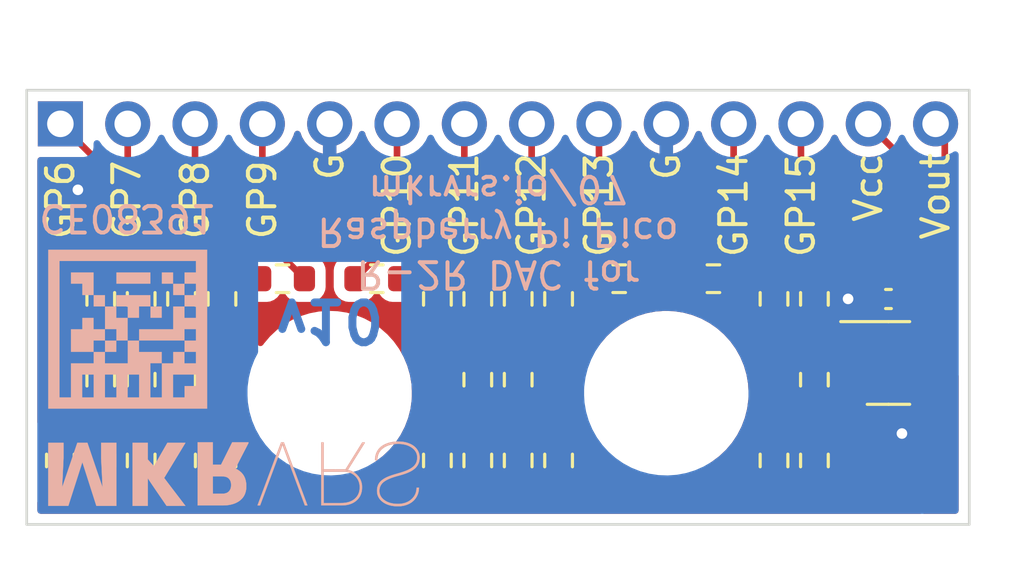
<source format=kicad_pcb>
(kicad_pcb (version 20211014) (generator pcbnew)
  (layers (0 "F.Cu" signal) (31 "B.Cu" signal) (34 "B.Paste" user) (35 "F.Paste" user) (36 "B.SilkS" user "B.Silkscreen") (37 "F.SilkS" user "F.Silkscreen") (38 "B.Mask" user) (39 "F.Mask" user) (44 "Edge.Cuts" user))
  (net 0 "")
  (net 1 "VCC")
  (net 2 "GND")
  (net 3 "/D0")
  (net 4 "/D1")
  (net 5 "/D2")
  (net 6 "/D3")
  (net 7 "/D4")
  (net 8 "/D5")
  (net 9 "/D6")
  (net 10 "/D7")
  (net 11 "/D8")
  (net 12 "/D9")
  (net 13 "/Vout")
  (net 14 "Net-(R1-Pad2)")
  (net 15 "Net-(R2-Pad2)")
  (net 16 "Net-(R3-Pad1)")
  (net 17 "Net-(R5-Pad2)")
  (net 18 "Net-(R6-Pad1)")
  (net 19 "Net-(R10-Pad1)")
  (net 20 "Net-(R10-Pad2)")
  (net 21 "Net-(R11-Pad2)")
  (net 22 "Net-(R12-Pad1)")
  (net 23 "Net-(R14-Pad2)")
  (net 24 "Net-(R15-Pad1)")
  (net 25 "Net-(R17-Pad2)")
  (net 26 "Net-(R18-Pad1)")
  (net 27 "Net-(R20-Pad2)")
  (net 28 "Net-(R21-Pad1)")
  (net 29 "Net-(R23-Pad2)")
  (net 30 "Net-(R24-Pad1)")
  (net 31 "Net-(R26-Pad2)")
  (net 32 "Net-(R27-Pad1)")
  (net 33 "Net-(R29-Pad2)")
  (net 34 "Net-(R30-Pad1)")
  (footprint "Resistor_SMD:R_0603_1608Metric" (layer "F.Cu") (at 103.505 112.268 90)
    (fp_text reference "R8" hide)
    (fp_text value "R")
    (pad "1" smd roundrect locked (at -0.825 0 90) (size 0.8 0.95) (layers "F.Cu" "F.Paste" "F.Mask") (net 17 "Net-(R5-Pad2)"))
    (pad "2" smd roundrect locked (at 0.825 0 90) (size 0.8 0.95) (layers "F.Cu" "F.Paste" "F.Mask") (net 19 "Net-(R10-Pad1)"))
  )
  (footprint "Resistor_SMD:R_0603_1608Metric" (layer "F.Cu") (at 125.857 112.268 90)
    (fp_text reference "R26" hide)
    (fp_text value "R")
    (pad "1" smd roundrect locked (at -0.825 0 90) (size 0.8 0.95) (layers "F.Cu" "F.Paste" "F.Mask") (net 29 "Net-(R23-Pad2)"))
    (pad "2" smd roundrect locked (at 0.825 0 90) (size 0.8 0.95) (layers "F.Cu" "F.Paste" "F.Mask") (net 31 "Net-(R26-Pad2)"))
  )
  (footprint "Connector_PinHeader_2.54mm:PinHeader_1x14_P2.54mm_Vertical" (layer "F.Cu") (at 98.933 99.568 90)
    (fp_text reference "J1" hide)
    (fp_text value "Conn_01x14")
    (pad "1" thru_hole rect (at 0 0 90) (size 1.7 1.7) (drill 1) (layers *.Cu *.Mask) (net 3 "/D0"))
    (pad "2" thru_hole oval (at 0 2.54 90) (size 1.7 1.7) (drill 1) (layers *.Cu *.Mask) (net 4 "/D1"))
    (pad "3" thru_hole oval (at 0 5.08 90) (size 1.7 1.7) (drill 1) (layers *.Cu *.Mask) (net 5 "/D2"))
    (pad "4" thru_hole oval (at 0 7.62 90) (size 1.7 1.7) (drill 1) (layers *.Cu *.Mask) (net 6 "/D3"))
    (pad "5" thru_hole oval (at 0 10.16 90) (size 1.7 1.7) (drill 1) (layers *.Cu *.Mask) (net 2 "GND"))
    (pad "6" thru_hole oval (at 0 12.7 90) (size 1.7 1.7) (drill 1) (layers *.Cu *.Mask) (net 7 "/D4"))
    (pad "7" thru_hole oval (at 0 15.24 90) (size 1.7 1.7) (drill 1) (layers *.Cu *.Mask) (net 8 "/D5"))
    (pad "8" thru_hole oval (at 0 17.78 90) (size 1.7 1.7) (drill 1) (layers *.Cu *.Mask) (net 9 "/D6"))
    (pad "9" thru_hole oval (at 0 20.32 90) (size 1.7 1.7) (drill 1) (layers *.Cu *.Mask) (net 10 "/D7"))
    (pad "10" thru_hole oval (at 0 22.86 90) (size 1.7 1.7) (drill 1) (layers *.Cu *.Mask) (net 2 "GND"))
    (pad "11" thru_hole oval (at 0 25.4 90) (size 1.7 1.7) (drill 1) (layers *.Cu *.Mask) (net 11 "/D8"))
    (pad "12" thru_hole oval (at 0 27.94 90) (size 1.7 1.7) (drill 1) (layers *.Cu *.Mask) (net 12 "/D9"))
    (pad "13" thru_hole oval (at 0 30.48 90) (size 1.7 1.7) (drill 1) (layers *.Cu *.Mask) (net 1 "VCC"))
    (pad "14" thru_hole oval (at 0 33.02 90) (size 1.7 1.7) (drill 1) (layers *.Cu *.Mask) (net 13 "/Vout"))
  )
  (footprint "Resistor_SMD:R_0603_1608Metric" (layer "F.Cu") (at 105.029 106.172 90)
    (fp_text reference "R13" hide)
    (fp_text value "R")
    (pad "1" smd roundrect locked (at -0.825 0 90) (size 0.8 0.95) (layers "F.Cu" "F.Paste" "F.Mask") (net 21 "Net-(R11-Pad2)"))
    (pad "2" smd roundrect locked (at 0.825 0 90) (size 0.8 0.95) (layers "F.Cu" "F.Paste" "F.Mask") (net 22 "Net-(R12-Pad1)"))
  )
  (footprint "Resistor_SMD:R_0603_1608Metric" (layer "F.Cu") (at 116.205 106.172 90)
    (fp_text reference "R21" hide)
    (fp_text value "R")
    (pad "1" smd roundrect locked (at -0.825 0 90) (size 0.8 0.95) (layers "F.Cu" "F.Paste" "F.Mask") (net 28 "Net-(R21-Pad1)"))
    (pad "2" smd roundrect locked (at 0.825 0 90) (size 0.8 0.95) (layers "F.Cu" "F.Paste" "F.Mask") (net 9 "/D6"))
  )
  (footprint "Resistor_SMD:R_0603_1608Metric" (layer "F.Cu") (at 116.205 109.22 90)
    (fp_text reference "R22" hide)
    (fp_text value "R")
    (pad "1" smd roundrect locked (at -0.825 0 90) (size 0.8 0.95) (layers "F.Cu" "F.Paste" "F.Mask") (net 27 "Net-(R20-Pad2)"))
    (pad "2" smd roundrect locked (at 0.825 0 90) (size 0.8 0.95) (layers "F.Cu" "F.Paste" "F.Mask") (net 28 "Net-(R21-Pad1)"))
  )
  (footprint "Fiducial:Fiducial_1mm_Mask2mm" (layer "F.Cu") (at 131.445 113.03 90)
    (fp_text reference "FID1" hide)
    (fp_text value "Fiducial")
    (pad "" smd circle locked (at 0 0 90) (size 1 1) (layers "F.Cu" "F.Mask") (clearance 0.5))
  )
  (footprint "Resistor_SMD:R_0603_1608Metric" (layer "F.Cu") (at 100.457 106.172 90)
    (fp_text reference "R3" hide)
    (fp_text value "R")
    (pad "1" smd roundrect locked (at -0.825 0 90) (size 0.8 0.95) (layers "F.Cu" "F.Paste" "F.Mask") (net 16 "Net-(R3-Pad1)"))
    (pad "2" smd roundrect locked (at 0.825 0 90) (size 0.8 0.95) (layers "F.Cu" "F.Paste" "F.Mask") (net 3 "/D0"))
  )
  (footprint "Resistor_SMD:R_0603_1608Metric" (layer "F.Cu") (at 100.457 109.22 90)
    (fp_text reference "R4" hide)
    (fp_text value "R")
    (pad "1" smd roundrect locked (at -0.825 0 90) (size 0.8 0.95) (layers "F.Cu" "F.Paste" "F.Mask") (net 15 "Net-(R2-Pad2)"))
    (pad "2" smd roundrect locked (at 0.825 0 90) (size 0.8 0.95) (layers "F.Cu" "F.Paste" "F.Mask") (net 16 "Net-(R3-Pad1)"))
  )
  (footprint "Resistor_SMD:R_0603_1608Metric" (layer "F.Cu") (at 113.157 106.172 90)
    (fp_text reference "R16" hide)
    (fp_text value "R")
    (pad "1" smd roundrect locked (at -0.825 0 90) (size 0.8 0.95) (layers "F.Cu" "F.Paste" "F.Mask") (net 23 "Net-(R14-Pad2)"))
    (pad "2" smd roundrect locked (at 0.825 0 90) (size 0.8 0.95) (layers "F.Cu" "F.Paste" "F.Mask") (net 24 "Net-(R15-Pad1)"))
  )
  (footprint "Fiducial:Fiducial_1mm_Mask2mm" (layer "F.Cu") (at 109.093 103.124 90)
    (fp_text reference "FID2" hide)
    (fp_text value "Fiducial")
    (pad "" smd circle locked (at 0 0 90) (size 1 1) (layers "F.Cu" "F.Mask") (clearance 0.5))
  )
  (footprint "Resistor_SMD:R_0603_1608Metric" (layer "F.Cu") (at 103.505 109.22 90)
    (fp_text reference "R10" hide)
    (fp_text value "R")
    (pad "1" smd roundrect locked (at -0.825 0 90) (size 0.8 0.95) (layers "F.Cu" "F.Paste" "F.Mask") (net 19 "Net-(R10-Pad1)"))
    (pad "2" smd roundrect locked (at 0.825 0 90) (size 0.8 0.95) (layers "F.Cu" "F.Paste" "F.Mask") (net 20 "Net-(R10-Pad2)"))
  )
  (footprint "Resistor_SMD:R_0603_1608Metric" (layer "F.Cu") (at 127.381 112.268 90)
    (fp_text reference "R29" hide)
    (fp_text value "R")
    (pad "1" smd roundrect locked (at -0.825 0 90) (size 0.8 0.95) (layers "F.Cu" "F.Paste" "F.Mask") (net 31 "Net-(R26-Pad2)"))
    (pad "2" smd roundrect locked (at 0.825 0 90) (size 0.8 0.95) (layers "F.Cu" "F.Paste" "F.Mask") (net 33 "Net-(R29-Pad2)"))
  )
  (footprint "Capacitor_SMD:C_0402_1005Metric" (layer "F.Cu") (at 130.175 106.176286 180)
    (fp_text reference "C1" hide)
    (fp_text value "100nF")
    (pad "1" smd roundrect locked (at -0.48 0 180) (size 0.56 0.62) (layers "F.Cu" "F.Paste" "F.Mask") (net 1 "VCC"))
    (pad "2" smd roundrect locked (at 0.48 0 180) (size 0.56 0.62) (layers "F.Cu" "F.Paste" "F.Mask") (net 2 "GND"))
  )
  (footprint "Resistor_SMD:R_0603_1608Metric" (layer "F.Cu") (at 101.981 109.22 90)
    (fp_text reference "R7" hide)
    (fp_text value "R")
    (pad "1" smd roundrect locked (at -0.825 0 90) (size 0.8 0.95) (layers "F.Cu" "F.Paste" "F.Mask") (net 17 "Net-(R5-Pad2)"))
    (pad "2" smd roundrect locked (at 0.825 0 90) (size 0.8 0.95) (layers "F.Cu" "F.Paste" "F.Mask") (net 18 "Net-(R6-Pad1)"))
  )
  (footprint "MountingHole:MountingHole_3.2mm_M3" (layer "F.Cu") (at 121.793 109.728 90)
    (fp_text reference "H1" hide)
    (fp_text value "MountingHole")
    (pad "" np_thru_hole circle locked (at 0 0 90) (size 3.2 3.2) (drill 3.2) (layers *.Cu *.Mask))
  )
  (footprint "Resistor_SMD:R_0603_1608Metric" (layer "F.Cu") (at 127.381 106.172 90)
    (fp_text reference "R30" hide)
    (fp_text value "R")
    (pad "1" smd roundrect locked (at -0.825 0 90) (size 0.8 0.95) (layers "F.Cu" "F.Paste" "F.Mask") (net 34 "Net-(R30-Pad1)"))
    (pad "2" smd roundrect locked (at 0.825 0 90) (size 0.8 0.95) (layers "F.Cu" "F.Paste" "F.Mask") (net 12 "/D9"))
  )
  (footprint "Resistor_SMD:R_0603_1608Metric" (layer "F.Cu") (at 127.381 109.22 90)
    (fp_text reference "R31" hide)
    (fp_text value "R")
    (pad "1" smd roundrect locked (at -0.825 0 90) (size 0.8 0.95) (layers "F.Cu" "F.Paste" "F.Mask") (net 33 "Net-(R29-Pad2)"))
    (pad "2" smd roundrect locked (at 0.825 0 90) (size 0.8 0.95) (layers "F.Cu" "F.Paste" "F.Mask") (net 34 "Net-(R30-Pad1)"))
  )
  (footprint "Resistor_SMD:R_0603_1608Metric" (layer "F.Cu") (at 100.457 112.268 90)
    (fp_text reference "R2" hide)
    (fp_text value "R")
    (pad "1" smd roundrect locked (at -0.825 0 90) (size 0.8 0.95) (layers "F.Cu" "F.Paste" "F.Mask") (net 14 "Net-(R1-Pad2)"))
    (pad "2" smd roundrect locked (at 0.825 0 90) (size 0.8 0.95) (layers "F.Cu" "F.Paste" "F.Mask") (net 15 "Net-(R2-Pad2)"))
  )
  (footprint "Resistor_SMD:R_0603_1608Metric" (layer "F.Cu") (at 113.157 112.268 90)
    (fp_text reference "R14" hide)
    (fp_text value "R")
    (pad "1" smd roundrect locked (at -0.825 0 90) (size 0.8 0.95) (layers "F.Cu" "F.Paste" "F.Mask") (net 21 "Net-(R11-Pad2)"))
    (pad "2" smd roundrect locked (at 0.825 0 90) (size 0.8 0.95) (layers "F.Cu" "F.Paste" "F.Mask") (net 23 "Net-(R14-Pad2)"))
  )
  (footprint "Resistor_SMD:R_0603_1608Metric" (layer "F.Cu") (at 116.205 112.268 90)
    (fp_text reference "R20" hide)
    (fp_text value "R")
    (pad "1" smd roundrect locked (at -0.825 0 90) (size 0.8 0.95) (layers "F.Cu" "F.Paste" "F.Mask") (net 25 "Net-(R17-Pad2)"))
    (pad "2" smd roundrect locked (at 0.825 0 90) (size 0.8 0.95) (layers "F.Cu" "F.Paste" "F.Mask") (net 27 "Net-(R20-Pad2)"))
  )
  (footprint "Resistor_SMD:R_0603_1608Metric" (layer "F.Cu") (at 105.029 112.268 -90)
    (fp_text reference "R11" hide)
    (fp_text value "R")
    (pad "1" smd roundrect locked (at -0.825 0 270) (size 0.8 0.95) (layers "F.Cu" "F.Paste" "F.Mask") (net 19 "Net-(R10-Pad1)"))
    (pad "2" smd roundrect locked (at 0.825 0 270) (size 0.8 0.95) (layers "F.Cu" "F.Paste" "F.Mask") (net 21 "Net-(R11-Pad2)"))
  )
  (footprint "Resistor_SMD:R_0603_1608Metric" (layer "F.Cu") (at 101.981 112.268 90)
    (fp_text reference "R5" hide)
    (fp_text value "R")
    (pad "1" smd roundrect locked (at -0.825 0 90) (size 0.8 0.95) (layers "F.Cu" "F.Paste" "F.Mask") (net 15 "Net-(R2-Pad2)"))
    (pad "2" smd roundrect locked (at 0.825 0 90) (size 0.8 0.95) (layers "F.Cu" "F.Paste" "F.Mask") (net 17 "Net-(R5-Pad2)"))
  )
  (footprint "Resistor_SMD:R_0603_1608Metric" (layer "F.Cu") (at 117.729 106.172 90)
    (fp_text reference "R25" hide)
    (fp_text value "R")
    (pad "1" smd roundrect locked (at -0.825 0 90) (size 0.8 0.95) (layers "F.Cu" "F.Paste" "F.Mask") (net 29 "Net-(R23-Pad2)"))
    (pad "2" smd roundrect locked (at 0.825 0 90) (size 0.8 0.95) (layers "F.Cu" "F.Paste" "F.Mask") (net 30 "Net-(R24-Pad1)"))
  )
  (footprint "Resistor_SMD:R_0603_1608Metric" (layer "F.Cu") (at 114.681 109.22 90)
    (fp_text reference "R19" hide)
    (fp_text value "R")
    (pad "1" smd roundrect locked (at -0.825 0 90) (size 0.8 0.95) (layers "F.Cu" "F.Paste" "F.Mask") (net 25 "Net-(R17-Pad2)"))
    (pad "2" smd roundrect locked (at 0.825 0 90) (size 0.8 0.95) (layers "F.Cu" "F.Paste" "F.Mask") (net 26 "Net-(R18-Pad1)"))
  )
  (footprint "Resistor_SMD:R_0603_1608Metric" (layer "F.Cu") (at 101.981 106.172 90)
    (fp_text reference "R6" hide)
    (fp_text value "R")
    (pad "1" smd roundrect locked (at -0.825 0 90) (size 0.8 0.95) (layers "F.Cu" "F.Paste" "F.Mask") (net 18 "Net-(R6-Pad1)"))
    (pad "2" smd roundrect locked (at 0.825 0 90) (size 0.8 0.95) (layers "F.Cu" "F.Paste" "F.Mask") (net 4 "/D1"))
  )
  (footprint "Resistor_SMD:R_0603_1608Metric" (layer "F.Cu") (at 98.933 112.268 -90)
    (fp_text reference "R1" hide)
    (fp_text value "R")
    (pad "1" smd roundrect locked (at -0.825 0 270) (size 0.8 0.95) (layers "F.Cu" "F.Paste" "F.Mask") (net 2 "GND"))
    (pad "2" smd roundrect locked (at 0.825 0 270) (size 0.8 0.95) (layers "F.Cu" "F.Paste" "F.Mask") (net 14 "Net-(R1-Pad2)"))
  )
  (footprint "Resistor_SMD:R_0603_1608Metric" (layer "F.Cu") (at 103.505 106.172 90)
    (fp_text reference "R9" hide)
    (fp_text value "R")
    (pad "1" smd roundrect locked (at -0.825 0 90) (size 0.8 0.95) (layers "F.Cu" "F.Paste" "F.Mask") (net 20 "Net-(R10-Pad2)"))
    (pad "2" smd roundrect locked (at 0.825 0 90) (size 0.8 0.95) (layers "F.Cu" "F.Paste" "F.Mask") (net 5 "/D2"))
  )
  (footprint "Resistor_SMD:R_0603_1608Metric" (layer "F.Cu") (at 125.857 106.172 90)
    (fp_text reference "R28" hide)
    (fp_text value "R")
    (pad "1" smd roundrect locked (at -0.825 0 90) (size 0.8 0.95) (layers "F.Cu" "F.Paste" "F.Mask") (net 31 "Net-(R26-Pad2)"))
    (pad "2" smd roundrect locked (at 0.825 0 90) (size 0.8 0.95) (layers "F.Cu" "F.Paste" "F.Mask") (net 32 "Net-(R27-Pad1)"))
  )
  (footprint "Resistor_SMD:R_0603_1608Metric" (layer "F.Cu") (at 120.015 105.41)
    (fp_text reference "R24" hide)
    (fp_text value "R")
    (pad "1" smd roundrect locked (at -0.825 0) (size 0.8 0.95) (layers "F.Cu" "F.Paste" "F.Mask") (net 30 "Net-(R24-Pad1)"))
    (pad "2" smd roundrect locked (at 0.825 0) (size 0.8 0.95) (layers "F.Cu" "F.Paste" "F.Mask") (net 10 "/D7"))
  )
  (footprint "Resistor_SMD:R_0603_1608Metric" (layer "F.Cu") (at 123.571 105.41 180)
    (fp_text reference "R27" hide)
    (fp_text value "R")
    (pad "1" smd roundrect locked (at -0.825 0 180) (size 0.8 0.95) (layers "F.Cu" "F.Paste" "F.Mask") (net 32 "Net-(R27-Pad1)"))
    (pad "2" smd roundrect locked (at 0.825 0 180) (size 0.8 0.95) (layers "F.Cu" "F.Paste" "F.Mask") (net 11 "/D8"))
  )
  (footprint "Resistor_SMD:R_0603_1608Metric" (layer "F.Cu") (at 114.681 106.172 90)
    (fp_text reference "R18" hide)
    (fp_text value "R")
    (pad "1" smd roundrect locked (at -0.825 0 90) (size 0.8 0.95) (layers "F.Cu" "F.Paste" "F.Mask") (net 26 "Net-(R18-Pad1)"))
    (pad "2" smd roundrect locked (at 0.825 0 90) (size 0.8 0.95) (layers "F.Cu" "F.Paste" "F.Mask") (net 8 "/D5"))
  )
  (footprint "Package_TO_SOT_SMD:SOT-23-5" (layer "F.Cu") (at 130.175 108.589286)
    (fp_text reference "U1" hide)
    (fp_text value "MCP6001-OT")
    (pad "1" smd roundrect locked (at -1.1375 -0.95) (size 1.325 0.6) (layers "F.Cu" "F.Paste" "F.Mask") (net 13 "/Vout"))
    (pad "2" smd roundrect locked (at -1.1375 0) (size 1.325 0.6) (layers "F.Cu" "F.Paste" "F.Mask") (net 2 "GND"))
    (pad "3" smd roundrect locked (at -1.1375 0.95) (size 1.325 0.6) (layers "F.Cu" "F.Paste" "F.Mask") (net 33 "Net-(R29-Pad2)"))
    (pad "4" smd roundrect locked (at 1.1375 0.95) (size 1.325 0.6) (layers "F.Cu" "F.Paste" "F.Mask") (net 13 "/Vout"))
    (pad "5" smd roundrect locked (at 1.1375 -0.95) (size 1.325 0.6) (layers "F.Cu" "F.Paste" "F.Mask") (net 1 "VCC"))
  )
  (footprint "Resistor_SMD:R_0603_1608Metric" (layer "F.Cu") (at 117.729 112.268 -90)
    (fp_text reference "R23" hide)
    (fp_text value "R")
    (pad "1" smd roundrect locked (at -0.825 0 270) (size 0.8 0.95) (layers "F.Cu" "F.Paste" "F.Mask") (net 27 "Net-(R20-Pad2)"))
    (pad "2" smd roundrect locked (at 0.825 0 270) (size 0.8 0.95) (layers "F.Cu" "F.Paste" "F.Mask") (net 29 "Net-(R23-Pad2)"))
  )
  (footprint "Resistor_SMD:R_0603_1608Metric" (layer "F.Cu") (at 107.315 105.41)
    (fp_text reference "R12" hide)
    (fp_text value "R")
    (pad "1" smd roundrect locked (at -0.825 0) (size 0.8 0.95) (layers "F.Cu" "F.Paste" "F.Mask") (net 22 "Net-(R12-Pad1)"))
    (pad "2" smd roundrect locked (at 0.825 0) (size 0.8 0.95) (layers "F.Cu" "F.Paste" "F.Mask") (net 6 "/D3"))
  )
  (footprint "MountingHole:MountingHole_3.2mm_M3" (layer "F.Cu") (at 109.093 109.728 90)
    (fp_text reference "H2" hide)
    (fp_text value "MountingHole")
    (pad "" np_thru_hole circle locked (at 0 0 90) (size 3.2 3.2) (drill 3.2) (layers *.Cu *.Mask))
  )
  (footprint "Resistor_SMD:R_0603_1608Metric" (layer "F.Cu") (at 110.871 105.41 180)
    (fp_text reference "R15" hide)
    (fp_text value "R")
    (pad "1" smd roundrect locked (at -0.825 0 180) (size 0.8 0.95) (layers "F.Cu" "F.Paste" "F.Mask") (net 24 "Net-(R15-Pad1)"))
    (pad "2" smd roundrect locked (at 0.825 0 180) (size 0.8 0.95) (layers "F.Cu" "F.Paste" "F.Mask") (net 7 "/D4"))
  )
  (footprint "Resistor_SMD:R_0603_1608Metric" (layer "F.Cu") (at 114.681 112.268 90)
    (fp_text reference "R17" hide)
    (fp_text value "R")
    (pad "1" smd roundrect locked (at -0.825 0 90) (size 0.8 0.95) (layers "F.Cu" "F.Paste" "F.Mask") (net 23 "Net-(R14-Pad2)"))
    (pad "2" smd roundrect locked (at 0.825 0 90) (size 0.8 0.95) (layers "F.Cu" "F.Paste" "F.Mask") (net 25 "Net-(R17-Pad2)"))
  )
  (footprint "CoreElectronics_Artwork:makerverse_logo_short_14.0x2.4mm" (layer "B.Cu") (at 105.481285 112.776)
    (fp_text reference "G2" hide)
    (fp_text value "LOGO_Makerverse" hide)
  )
  (footprint "Library:CE08391" (layer "B.Cu") (at 101.473 107.315)
    (fp_text reference "G1" hide)
    (fp_text value "Datamatrix" hide)
  )
  (gr_line (start 133.223 114.681) (end 133.223 98.298) (layer "Edge.Cuts") (width 0.1))
  (gr_line (start 97.663 114.681) (end 133.223 114.681) (layer "Edge.Cuts") (width 0.1))
  (gr_line (start 133.223 98.298) (end 97.663 98.298) (layer "Edge.Cuts") (width 0.1))
  (gr_line (start 97.663 98.298) (end 97.663 114.681) (layer "Edge.Cuts") (width 0.1))
  (gr_text "v10" (at 109.093 106.9848 180) (layer "B.Cu") (effects (font (size 1.5 1.5) (thickness 0.3)) (justify mirror)))
  (gr_text "CE08391" (at 101.473001 103.124 180) (layer "B.SilkS") (effects (font (size 1 1)) (justify mirror)))
  (gr_text "R-2R DAC for\nRaspberry Pi Pico\nmkrvrs.io/07" (at 115.443 103.632 180) (layer "B.SilkS") (effects (font (size 1 1)) (justify mirror)))
  (gr_text "GP6" (at 98.933 104.013 90) (layer "F.SilkS") (effects (font (size 1 1)) (justify left)))
  (gr_text "GP11" (at 114.173 100.584 90) (layer "F.SilkS") (effects (font (size 1 1)) (justify right)))
  (gr_text "GP7" (at 101.433 104.013 90) (layer "F.SilkS") (effects (font (size 1 1)) (justify left)))
  (gr_text "GP8" (at 104.013 104.013 90) (layer "F.SilkS") (effects (font (size 1 1)) (justify left)))
  (gr_text "GP10" (at 111.633 100.584 90) (layer "F.SilkS") (effects (font (size 1 1)) (justify right)))
  (gr_text "G" (at 121.793 100.584 90) (layer "F.SilkS") (effects (font (size 1 1)) (justify right)))
  (gr_text "G" (at 109.093 100.584 90) (layer "F.SilkS") (effects (font (size 1 1)) (justify right)))
  (gr_text "GP15" (at 126.873 100.584 90) (layer "F.SilkS") (effects (font (size 1 1)) (justify right)))
  (gr_text "GP14" (at 124.333 100.584 90) (layer "F.SilkS") (effects (font (size 1 1)) (justify right)))
  (gr_text "GP9" (at 106.553 104.013 90) (layer "F.SilkS") (effects (font (size 1 1)) (justify left)))
  (gr_text "GP13" (at 119.253 100.584 90) (layer "F.SilkS") (effects (font (size 1 1)) (justify right)))
  (gr_text "Vout" (at 131.953 100.584 90) (layer "F.SilkS") (effects (font (size 1 1)) (justify right)))
  (gr_text "GP12" (at 116.713 100.584 90) (layer "F.SilkS") (effects (font (size 1 1)) (justify right)))
  (gr_text "Vcc" (at 129.413 100.584 90) (layer "F.SilkS") (effects (font (size 1 1)) (justify right)))
  (segment (start 129.413 99.568) (end 130.655 100.81) (width 0.25) (layer "F.Cu") (net 1))
  (segment (start 131.3125 106.833786) (end 130.655 106.176286) (width 0.25) (layer "F.Cu") (net 1))
  (segment (start 130.655 100.81) (end 130.655 106.176286) (width 0.25) (layer "F.Cu") (net 1))
  (segment (start 131.3125 107.639286) (end 131.3125 106.833786) (width 0.25) (layer "F.Cu") (net 1))
  (segment (start 130.02452 110.59352) (end 130.683 111.252) (width 0.25) (layer "F.Cu") (net 2))
  (segment (start 129.0375 108.589286) (end 129.421072 108.589286) (width 0.25) (layer "F.Cu") (net 2))
  (segment (start 130.02452 109.192734) (end 130.02452 110.59352) (width 0.25) (layer "F.Cu") (net 2))
  (segment (start 129.421072 108.589286) (end 130.02452 109.192734) (width 0.25) (layer "F.Cu") (net 2))
  (via (at 99.5934 102.0572) (size 0.8) (drill 0.4) (layers "F.Cu" "B.Cu") (net 2))
  (via (at 130.683 111.252) (size 0.8) (drill 0.4) (layers "F.Cu" "B.Cu") (net 2))
  (via (at 128.651 106.172) (size 0.8) (drill 0.4) (layers "F.Cu" "B.Cu") (net 2))
  (segment (start 100.457 101.092) (end 98.933 99.568) (width 0.25) (layer "F.Cu") (net 3))
  (segment (start 100.457 105.347) (end 100.457 101.092) (width 0.25) (layer "F.Cu") (net 3))
  (segment (start 101.473 104.839) (end 101.473 99.568) (width 0.25) (layer "F.Cu") (net 4))
  (segment (start 101.981 105.347) (end 101.473 104.839) (width 0.25) (layer "F.Cu") (net 4))
  (segment (start 103.505 105.347) (end 104.013 104.839) (width 0.25) (layer "F.Cu") (net 5))
  (segment (start 104.013 104.839) (end 104.013 99.568) (width 0.25) (layer "F.Cu") (net 5))
  (segment (start 106.553 103.823) (end 106.553 99.568) (width 0.25) (layer "F.Cu") (net 6))
  (segment (start 108.14 105.41) (end 106.553 103.823) (width 0.25) (layer "F.Cu") (net 6))
  (segment (start 111.633 103.823) (end 111.633 99.568) (width 0.25) (layer "F.Cu") (net 7))
  (segment (start 110.046 105.41) (end 111.633 103.823) (width 0.25) (layer "F.Cu") (net 7))
  (segment (start 114.173 104.839) (end 114.681 105.347) (width 0.25) (layer "F.Cu") (net 8))
  (segment (start 114.173 99.568) (end 114.173 104.839) (width 0.25) (layer "F.Cu") (net 8))
  (segment (start 116.713 99.568) (end 116.713 104.839) (width 0.25) (layer "F.Cu") (net 9))
  (segment (start 116.713 104.839) (end 116.205 105.347) (width 0.25) (layer "F.Cu") (net 9))
  (segment (start 119.253 103.823) (end 120.84 105.41) (width 0.25) (layer "F.Cu") (net 10))
  (segment (start 119.253 99.568) (end 119.253 103.823) (width 0.25) (layer "F.Cu") (net 10))
  (segment (start 124.333 103.823) (end 122.746 105.41) (width 0.25) (layer "F.Cu") (net 11))
  (segment (start 124.333 99.568) (end 124.333 103.823) (width 0.25) (layer "F.Cu") (net 11))
  (segment (start 126.873 104.839) (end 126.873 99.568) (width 0.25) (layer "F.Cu") (net 12))
  (segment (start 127.381 105.347) (end 126.873 104.839) (width 0.25) (layer "F.Cu") (net 12))
  (segment (start 129.864286 107.639286) (end 129.0375 107.639286) (width 0.25) (layer "F.Cu") (net 13))
  (segment (start 131.3125 109.0875) (end 129.864286 107.639286) (width 0.25) (layer "F.Cu") (net 13))
  (segment (start 131.953 99.568) (end 132.29952 99.91452) (width 0.25) (layer "F.Cu") (net 13))
  (segment (start 132.29952 99.91452) (end 132.29952 108.552266) (width 0.25) (layer "F.Cu") (net 13))
  (segment (start 131.3125 109.539286) (end 131.3125 109.0875) (width 0.25) (layer "F.Cu") (net 13))
  (segment (start 132.29952 108.552266) (end 131.3125 109.539286) (width 0.25) (layer "F.Cu") (net 13))
  (segment (start 98.933 113.093) (end 100.457 113.093) (width 0.25) (layer "F.Cu") (net 14))
  (segment (start 100.457 110.045) (end 100.457 111.443) (width 0.25) (layer "F.Cu") (net 15))
  (segment (start 100.457 111.569) (end 101.981 113.093) (width 0.25) (layer "F.Cu") (net 15))
  (segment (start 100.457 111.443) (end 100.457 111.569) (width 0.25) (layer "F.Cu") (net 15))
  (segment (start 100.457 108.395) (end 100.457 106.997) (width 0.25) (layer "F.Cu") (net 16))
  (segment (start 101.981 111.443) (end 101.981 110.045) (width 0.25) (layer "F.Cu") (net 17))
  (segment (start 103.505 113.093) (end 103.505 112.967) (width 0.25) (layer "F.Cu") (net 17))
  (segment (start 103.505 112.967) (end 101.981 111.443) (width 0.25) (layer "F.Cu") (net 17))
  (segment (start 101.981 106.997) (end 101.981 108.395) (width 0.25) (layer "F.Cu") (net 18))
  (segment (start 105.029 111.443) (end 103.505 111.443) (width 0.2) (layer "F.Cu") (net 19))
  (segment (start 103.505 111.443) (end 103.505 110.045) (width 0.25) (layer "F.Cu") (net 19))
  (segment (start 103.505 108.395) (end 103.505 106.997) (width 0.25) (layer "F.Cu") (net 20))
  (segment (start 105.82852 107.79652) (end 105.029 106.997) (width 0.25) (layer "F.Cu") (net 21))
  (segment (start 105.029 113.093) (end 105.82852 112.29348) (width 0.25) (layer "F.Cu") (net 21))
  (segment (start 113.157 113.093) (end 105.029 113.093) (width 0.25) (layer "F.Cu") (net 21))
  (segment (start 105.82852 112.29348) (end 105.82852 107.79652) (width 0.25) (layer "F.Cu") (net 21))
  (segment (start 106.427 105.347) (end 106.49 105.41) (width 0.25) (layer "F.Cu") (net 22))
  (segment (start 105.029 105.347) (end 106.427 105.347) (width 0.25) (layer "F.Cu") (net 22))
  (segment (start 114.681 113.093) (end 114.681 112.967) (width 0.25) (layer "F.Cu") (net 23))
  (segment (start 113.157 111.443) (end 113.157 106.997) (width 0.25) (layer "F.Cu") (net 23))
  (segment (start 114.681 112.967) (end 113.157 111.443) (width 0.25) (layer "F.Cu") (net 23))
  (segment (start 113.094 105.41) (end 113.157 105.347) (width 0.25) (layer "F.Cu") (net 24))
  (segment (start 111.696 105.41) (end 113.094 105.41) (width 0.25) (layer "F.Cu") (net 24))
  (segment (start 114.681 111.443) (end 114.681 110.045) (width 0.25) (layer "F.Cu") (net 25))
  (segment (start 116.205 112.967) (end 114.681 111.443) (width 0.25) (layer "F.Cu") (net 25))
  (segment (start 116.205 113.093) (end 116.205 112.967) (width 0.25) (layer "F.Cu") (net 25))
  (segment (start 114.681 106.997) (end 114.681 108.395) (width 0.25) (layer "F.Cu") (net 26))
  (segment (start 116.205 111.443) (end 117.729 111.443) (width 0.25) (layer "F.Cu") (net 27))
  (segment (start 116.205 111.443) (end 116.205 110.045) (width 0.25) (layer "F.Cu") (net 27))
  (segment (start 116.205 108.395) (end 116.205 106.997) (width 0.25) (layer "F.Cu") (net 28))
  (segment (start 125.857 113.093) (end 117.729 113.093) (width 0.25) (layer "F.Cu") (net 29))
  (segment (start 117.729 113.093) (end 118.52852 112.29348) (width 0.25) (layer "F.Cu") (net 29))
  (segment (start 118.52852 112.29348) (end 118.52852 107.79652) (width 0.25) (layer "F.Cu") (net 29))
  (segment (start 118.52852 107.79652) (end 117.729 106.997) (width 0.25) (layer "F.Cu") (net 29))
  (segment (start 117.729 105.347) (end 119.127 105.347) (width 0.25) (layer "F.Cu") (net 30))
  (segment (start 119.127 105.347) (end 119.19 105.41) (width 0.25) (layer "F.Cu") (net 30))
  (segment (start 127.381 112.967) (end 125.857 111.443) (width 0.25) (layer "F.Cu") (net 31))
  (segment (start 127.381 113.093) (end 127.381 112.967) (width 0.25) (layer "F.Cu") (net 31))
  (segment (start 125.857 111.443) (end 125.857 106.997) (width 0.25) (layer "F.Cu") (net 31))
  (segment (start 124.459 105.347) (end 124.396 105.41) (width 0.25) (layer "F.Cu") (net 32))
  (segment (start 125.857 105.347) (end 124.459 105.347) (width 0.25) (layer "F.Cu") (net 32))
  (segment (start 129.0375 109.539286) (end 127.886714 109.539286) (width 0.25) (layer "F.Cu") (net 33))
  (segment (start 127.381 111.443) (end 127.381 110.045) (width 0.25) (layer "F.Cu") (net 33))
  (segment (start 127.886714 109.539286) (end 127.381 110.045) (width 0.25) (layer "F.Cu") (net 33))
  (segment (start 127.381 108.395) (end 127.381 106.997) (width 0.25) (layer "F.Cu") (net 34))
  (zone (net 2) (net_name "GND") (layers F&B.Cu) (connect_pads (clearance 0.4)) (min_thickness 0.254) (fill yes (thermal_gap 0.3) (thermal_bridge_width 0.508))
    (polygon (pts (xy 133.223 98.298) (xy 133.223 114.681) (xy 97.663 114.681) (xy 97.663 98.298)))
  )
)
</source>
